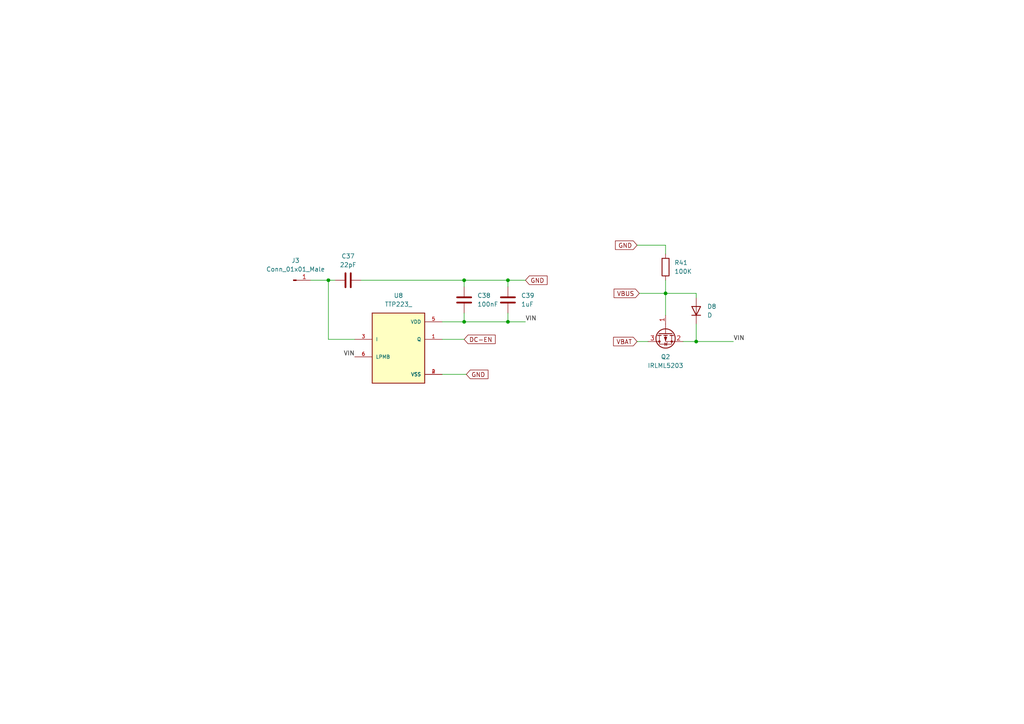
<source format=kicad_sch>
(kicad_sch (version 20211123) (generator eeschema)
  (paper "A4")
  (lib_symbols
    (symbol "Connector:Conn_01x01_Male" (pin_names (offset 1.016) hide)
      (property "Reference" "J" (at 0 2.54 0))
      (property "Value" "Conn_01x01_Male" (at 0 -2.54 0))
      (symbol "Conn_01x01_Male_1_1"
        (polyline (pts (xy 1.27 0) (xy 0.8636 0)) (stroke (width 0.1524)))
        (rectangle (start 0.8636 0.127) (end 0 -0.127) (stroke (width 0.1524)) (fill (type outline)))
        (pin passive line (at 5.08 0 180) (length 3.81) (name "Pin_1") (number "1"))
      )
    )
    (symbol "Device:C" (pin_numbers hide) (pin_names (offset 0.254))
      (property "Reference" "C" (at 0.635 2.54 0))
      (property "Value" "C" (at 0.635 -2.54 0))
      (symbol "C_0_1"
        (polyline (pts (xy -2.032 -0.762) (xy 2.032 -0.762)) (stroke (width 0.508)))
        (polyline (pts (xy -2.032 0.762) (xy 2.032 0.762)) (stroke (width 0.508)))
      )
      (symbol "C_1_1"
        (pin passive line (at 0 3.81 270) (length 2.794) (name "~") (number "1"))
        (pin passive line (at 0 -3.81 90) (length 2.794) (name "~") (number "2"))
      )
    )
    (symbol "Device:D" (pin_numbers hide) (pin_names (offset 1.016) hide)
      (property "Reference" "D" (at 0 2.54 0))
      (property "Value" "D" (at 0 -2.54 0))
      (symbol "D_0_1"
        (polyline (pts (xy -1.27 1.27) (xy -1.27 -1.27)) (stroke (width 0.254)))
        (polyline (pts (xy 1.27 0) (xy -1.27 0)))
        (polyline (pts (xy 1.27 1.27) (xy 1.27 -1.27) (xy -1.27 0) (xy 1.27 1.27)) (stroke (width 0.254)))
      )
      (symbol "D_1_1"
        (pin passive line (at -3.81 0 0) (length 2.54) (name "K") (number "1"))
        (pin passive line (at 3.81 0 180) (length 2.54) (name "A") (number "2"))
      )
    )
    (symbol "Device:R" (pin_numbers hide) (pin_names (offset 0))
      (property "Reference" "R" (at 2.032 0 90))
      (property "Value" "R" (at 0 0 90))
      (symbol "R_0_1"
        (rectangle (start -1.016 -2.54) (end 1.016 2.54) (stroke (width 0.254)))
      )
      (symbol "R_1_1"
        (pin passive line (at 0 3.81 270) (length 1.27) (name "~") (number "1"))
        (pin passive line (at 0 -3.81 90) (length 1.27) (name "~") (number "2"))
      )
    )
    (symbol "TTP223_:TTP223_" (pin_names (offset 1.016))
      (property "Reference" "U" (at -7.62 10.922 0))
      (property "Value" "TTP223_" (at -7.62 -12.7 0))
      (symbol "TTP223__0_0"
        (rectangle (start -7.62 -10.16) (end 7.62 10.16) (stroke (width 0.254)) (fill (type background)))
        (pin output line (at 12.7 2.54 180) (length 5.08) (name "Q") (number "1"))
        (pin power_in line (at 12.7 -7.62 180) (length 5.08) (name "VSS") (number "2"))
        (pin bidirectional line (at -12.7 2.54 0) (length 5.08) (name "I") (number "3"))
        (pin power_in line (at 12.7 -7.62 180) (length 5.08) (name "VSS") (number "4"))
        (pin power_in line (at 12.7 7.62 180) (length 5.08) (name "VDD") (number "5"))
        (pin input line (at -12.7 -2.54 0) (length 5.08) (name "LPMB") (number "6"))
      )
    )
    (symbol "Transistor_FET:IRLML5203" (pin_names hide)
      (property "Reference" "Q" (at 5.08 1.905 0))
      (property "Value" "IRLML5203" (at 5.08 0 0))
      (symbol "IRLML5203_0_1"
        (polyline (pts (xy 0.254 0) (xy -2.54 0)))
        (polyline (pts (xy 0.254 1.905) (xy 0.254 -1.905)) (stroke (width 0.254)))
        (polyline (pts (xy 0.762 -1.27) (xy 0.762 -2.286)) (stroke (width 0.254)))
        (polyline (pts (xy 0.762 0.508) (xy 0.762 -0.508)) (stroke (width 0.254)))
        (polyline (pts (xy 0.762 2.286) (xy 0.762 1.27)) (stroke (width 0.254)))
        (polyline (pts (xy 2.54 2.54) (xy 2.54 1.778)))
        (polyline (pts (xy 2.54 -2.54) (xy 2.54 0) (xy 0.762 0)))
        (polyline (pts (xy 0.762 1.778) (xy 3.302 1.778) (xy 3.302 -1.778) (xy 0.762 -1.778)))
        (polyline (pts (xy 2.286 0) (xy 1.27 0.381) (xy 1.27 -0.381) (xy 2.286 0)) (fill (type outline)))
        (polyline (pts (xy 2.794 -0.508) (xy 2.921 -0.381) (xy 3.683 -0.381) (xy 3.81 -0.254)))
        (polyline (pts (xy 3.302 -0.381) (xy 2.921 0.254) (xy 3.683 0.254) (xy 3.302 -0.381)))
        (circle (center 1.651 0) (radius 2.794) (stroke (width 0.254)))
        (circle (center 2.54 -1.778) (radius 0.254) (fill (type outline)))
        (circle (center 2.54 1.778) (radius 0.254) (fill (type outline)))
      )
      (symbol "IRLML5203_1_1"
        (pin input line (at -5.08 0 0) (length 2.54) (name "G") (number "1"))
        (pin passive line (at 2.54 -5.08 90) (length 2.54) (name "S") (number "2"))
        (pin passive line (at 2.54 5.08 270) (length 2.54) (name "D") (number "3"))
      )
    )
  )
  (junction (at 147.32 81.28))
  (junction (at 201.93 99.06))
  (junction (at 193.04 85.09))
  (junction (at 147.32 93.345))
  (junction (at 95.25 81.28))
  (junction (at 134.62 81.28))
  (junction (at 134.62 93.345))
  (wire (pts (xy 135.255 108.585) (xy 128.27 108.585)))
  (wire (pts (xy 184.785 99.06) (xy 187.96 99.06)))
  (wire (pts (xy 185.42 85.09) (xy 193.04 85.09)))
  (wire (pts (xy 147.32 93.345) (xy 152.4 93.345)))
  (wire (pts (xy 128.27 93.345) (xy 134.62 93.345)))
  (wire (pts (xy 147.32 81.28) (xy 147.32 83.185)))
  (wire (pts (xy 104.775 81.28) (xy 134.62 81.28)))
  (wire (pts (xy 193.04 85.09) (xy 201.93 85.09)))
  (wire (pts (xy 201.93 99.06) (xy 212.725 99.06)))
  (wire (pts (xy 95.25 81.28) (xy 95.25 98.425)))
  (wire (pts (xy 95.25 98.425) (xy 102.87 98.425)))
  (wire (pts (xy 201.93 85.09) (xy 201.93 86.36)))
  (wire (pts (xy 134.62 81.28) (xy 147.32 81.28)))
  (wire (pts (xy 193.04 73.66) (xy 193.04 71.12)))
  (wire (pts (xy 193.04 71.12) (xy 184.785 71.12)))
  (wire (pts (xy 134.62 90.805) (xy 134.62 93.345)))
  (wire (pts (xy 134.62 83.185) (xy 134.62 81.28)))
  (wire (pts (xy 95.25 81.28) (xy 97.155 81.28)))
  (wire (pts (xy 147.32 81.28) (xy 152.4 81.28)))
  (wire (pts (xy 134.62 98.425) (xy 128.27 98.425)))
  (wire (pts (xy 134.62 93.345) (xy 147.32 93.345)))
  (wire (pts (xy 201.93 93.98) (xy 201.93 99.06)))
  (wire (pts (xy 201.93 99.06) (xy 198.12 99.06)))
  (wire (pts (xy 90.17 81.28) (xy 95.25 81.28)))
  (wire (pts (xy 193.04 85.09) (xy 193.04 91.44)))
  (wire (pts (xy 147.32 90.805) (xy 147.32 93.345)))
  (wire (pts (xy 193.04 81.28) (xy 193.04 85.09)))
  (label "VIN" (at 152.4 93.345 0))
  (label "VIN" (at 102.87 103.505 180))
  (label "VIN" (at 212.725 99.06 0))
  (global_label "GND" (shape input) (at 184.785 71.12 180) (property "Intersheet References" "${INTERSHEET_REFS}" (effects hide)))
  (global_label "VBAT" (shape input) (at 184.785 99.06 180) (property "Intersheet References" "${INTERSHEET_REFS}" (effects hide)))
  (global_label "DC-EN" (shape input) (at 134.62 98.425 0) (property "Intersheet References" "${INTERSHEET_REFS}" (effects hide)))
  (global_label "VBUS" (shape input) (at 185.42 85.09 180) (property "Intersheet References" "${INTERSHEET_REFS}" (effects hide)))
  (global_label "GND" (shape input) (at 135.255 108.585 0) (property "Intersheet References" "${INTERSHEET_REFS}" (effects hide)))
  (global_label "GND" (shape input) (at 152.4 81.28 0) (property "Intersheet References" "${INTERSHEET_REFS}" (effects hide)))
  (symbol (lib_id "Device:C") (at 147.32 86.995 180) (unit 1)
    (property "Reference" "C39" (at 151.13 85.7249 0) (effects (justify right)))
    (property "Value" "1uF" (at 151.13 88.2649 0) (effects (justify right)))
    (property "Footprint" "Capacitor_SMD:C_0603_1608Metric" (effects hide))
  )
  (symbol (lib_id "Device:R") (at 193.04 77.47 0) (unit 1)
    (property "Reference" "R41" (at 195.58 76.1999 0) (effects (justify left)))
    (property "Value" "100K" (at 195.58 78.7399 0) (effects (justify left)))
    (property "Footprint" "Resistor_SMD:R_0603_1608Metric" (effects hide))
  )
  (symbol (lib_id "Device:C") (at 100.965 81.28 90) (unit 1)
    (property "Reference" "C37" (at 100.965 74.295 90))
    (property "Value" "22pF" (at 100.965 76.835 90))
    (property "Footprint" "Capacitor_SMD:C_0603_1608Metric" (effects hide))
  )
  (symbol (lib_id "Device:C") (at 134.62 86.995 180) (unit 1)
    (property "Reference" "C38" (at 138.43 85.7249 0) (effects (justify right)))
    (property "Value" "100nF" (at 138.43 88.2649 0) (effects (justify right)))
    (property "Footprint" "Capacitor_SMD:C_0603_1608Metric" (effects hide))
  )
  (symbol (lib_id "Transistor_FET:IRLML5203") (at 193.04 96.52 90) (mirror x) (unit 1)
    (property "Reference" "Q2" (at 193.04 103.505 90))
    (property "Value" "IRLML5203" (at 193.04 106.045 90))
    (property "Footprint" "Package_TO_SOT_SMD:SOT-23" (effects hide))
    (property "Datasheet" "https://www.infineon.com/dgdl/irlml5203pbf.pdf?fileId=5546d462533600a40153566868da261d" (effects hide))
  )
  (symbol (lib_id "Device:D") (at 201.93 90.17 90) (unit 1)
    (property "Reference" "D8" (at 205.105 88.8999 90) (effects (justify right)))
    (property "Value" "D" (at 205.105 91.4399 90) (effects (justify right)))
    (property "Footprint" "Diode_SMD:D_0805_2012Metric" (effects hide))
  )
  (symbol (lib_id "TTP223_:TTP223_") (at 115.57 100.965 0) (unit 1)
    (property "Reference" "U8" (at 115.57 85.725 0))
    (property "Value" "TTP223_" (at 115.57 88.265 0))
    (property "Footprint" "footprints:SOT95P285X126-6N" (effects hide))
    (property "MANUFACTURER" "TONTEK" (effects hide))
    (property "PARTREV" "2.0" (effects hide))
    (property "STANDARD" "IPC-7351B" (effects hide))
  )
  (symbol (lib_id "Connector:Conn_01x01_Male") (at 85.09 81.28 0) (unit 1)
    (property "Reference" "J3" (at 85.725 75.565 0))
    (property "Value" "Conn_01x01_Male" (at 85.725 78.105 0))
    (property "Footprint" "TestPoint:TestPoint_Pad_D4.0mm" (effects hide))
  )
)
</source>
